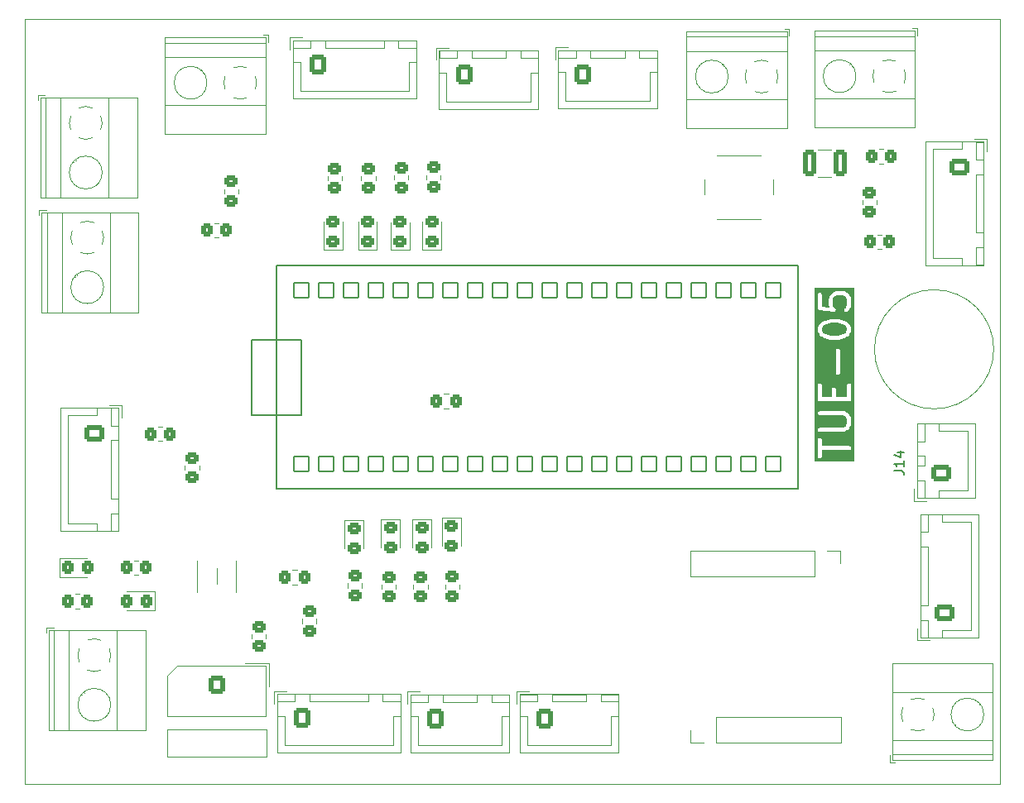
<source format=gbr>
%TF.GenerationSoftware,KiCad,Pcbnew,8.0.8*%
%TF.CreationDate,2025-03-28T16:36:24+05:30*%
%TF.ProjectId,MainBoard_v1.2.0,4d61696e-426f-4617-9264-5f76312e322e,rev?*%
%TF.SameCoordinates,Original*%
%TF.FileFunction,Legend,Top*%
%TF.FilePolarity,Positive*%
%FSLAX46Y46*%
G04 Gerber Fmt 4.6, Leading zero omitted, Abs format (unit mm)*
G04 Created by KiCad (PCBNEW 8.0.8) date 2025-03-28 16:36:24*
%MOMM*%
%LPD*%
G01*
G04 APERTURE LIST*
G04 Aperture macros list*
%AMRoundRect*
0 Rectangle with rounded corners*
0 $1 Rounding radius*
0 $2 $3 $4 $5 $6 $7 $8 $9 X,Y pos of 4 corners*
0 Add a 4 corners polygon primitive as box body*
4,1,4,$2,$3,$4,$5,$6,$7,$8,$9,$2,$3,0*
0 Add four circle primitives for the rounded corners*
1,1,$1+$1,$2,$3*
1,1,$1+$1,$4,$5*
1,1,$1+$1,$6,$7*
1,1,$1+$1,$8,$9*
0 Add four rect primitives between the rounded corners*
20,1,$1+$1,$2,$3,$4,$5,0*
20,1,$1+$1,$4,$5,$6,$7,0*
20,1,$1+$1,$6,$7,$8,$9,0*
20,1,$1+$1,$8,$9,$2,$3,0*%
G04 Aperture macros list end*
%ADD10C,0.400000*%
%ADD11C,0.200000*%
%ADD12C,0.120000*%
%ADD13C,0.152400*%
%ADD14C,3.200000*%
%ADD15R,2.600000X2.600000*%
%ADD16C,2.600000*%
%ADD17RoundRect,0.250000X-0.600000X-0.725000X0.600000X-0.725000X0.600000X0.725000X-0.600000X0.725000X0*%
%ADD18O,1.700000X1.950000*%
%ADD19RoundRect,0.250000X-0.450000X0.325000X-0.450000X-0.325000X0.450000X-0.325000X0.450000X0.325000X0*%
%ADD20RoundRect,0.250000X0.450000X-0.350000X0.450000X0.350000X-0.450000X0.350000X-0.450000X-0.350000X0*%
%ADD21RoundRect,0.250000X0.450000X-0.325000X0.450000X0.325000X-0.450000X0.325000X-0.450000X-0.325000X0*%
%ADD22RoundRect,0.250000X0.725000X-0.600000X0.725000X0.600000X-0.725000X0.600000X-0.725000X-0.600000X0*%
%ADD23O,1.950000X1.700000*%
%ADD24RoundRect,0.250000X-0.450000X0.350000X-0.450000X-0.350000X0.450000X-0.350000X0.450000X0.350000X0*%
%ADD25RoundRect,0.250000X-0.350000X-0.450000X0.350000X-0.450000X0.350000X0.450000X-0.350000X0.450000X0*%
%ADD26RoundRect,0.250000X0.412500X1.100000X-0.412500X1.100000X-0.412500X-1.100000X0.412500X-1.100000X0*%
%ADD27RoundRect,0.102000X0.754000X-0.754000X0.754000X0.754000X-0.754000X0.754000X-0.754000X-0.754000X0*%
%ADD28RoundRect,0.250000X0.350000X0.450000X-0.350000X0.450000X-0.350000X-0.450000X0.350000X-0.450000X0*%
%ADD29RoundRect,0.250000X0.600000X0.675000X-0.600000X0.675000X-0.600000X-0.675000X0.600000X-0.675000X0*%
%ADD30O,1.700000X1.850000*%
%ADD31R,2.000000X2.000000*%
%ADD32C,2.000000*%
%ADD33RoundRect,0.250000X-0.725000X0.600000X-0.725000X-0.600000X0.725000X-0.600000X0.725000X0.600000X0*%
%ADD34RoundRect,0.250000X-0.325000X-0.450000X0.325000X-0.450000X0.325000X0.450000X-0.325000X0.450000X0*%
%ADD35O,3.800000X5.500000*%
%ADD36O,3.800000X5.300000*%
%ADD37R,1.500000X1.500000*%
%ADD38C,1.600000*%
%ADD39RoundRect,0.250000X0.325000X0.450000X-0.325000X0.450000X-0.325000X-0.450000X0.325000X-0.450000X0*%
%ADD40RoundRect,0.250000X0.750000X-0.600000X0.750000X0.600000X-0.750000X0.600000X-0.750000X-0.600000X0*%
%ADD41O,2.000000X1.700000*%
%ADD42O,1.700000X1.700000*%
%ADD43R,1.700000X1.700000*%
%TA.AperFunction,Profile*%
%ADD44C,0.050000*%
%TD*%
G04 APERTURE END LIST*
D10*
G36*
X134560824Y-119115546D02*
G01*
X134797870Y-119234070D01*
X134894830Y-119331030D01*
X135002057Y-119545484D01*
X135002057Y-119736772D01*
X134894829Y-119951227D01*
X134797869Y-120048186D01*
X134560825Y-120166709D01*
X134034577Y-120298271D01*
X133369537Y-120298271D01*
X132843287Y-120166708D01*
X132606243Y-120048186D01*
X132509285Y-119951229D01*
X132402057Y-119736771D01*
X132402057Y-119545484D01*
X132509284Y-119331028D01*
X132606243Y-119234069D01*
X132843288Y-119115546D01*
X133369537Y-118983985D01*
X134034577Y-118983985D01*
X134560824Y-119115546D01*
G37*
G36*
X135735390Y-133170618D02*
G01*
X131668724Y-133170618D01*
X131668724Y-130926843D01*
X132002057Y-130926843D01*
X132002057Y-132641128D01*
X132005900Y-132680146D01*
X132035763Y-132752242D01*
X132090943Y-132807422D01*
X132163039Y-132837285D01*
X132241075Y-132837285D01*
X132313171Y-132807422D01*
X132368351Y-132752242D01*
X132398214Y-132680146D01*
X132402057Y-132641128D01*
X132402057Y-131983985D01*
X135202057Y-131983985D01*
X135241075Y-131980142D01*
X135313171Y-131950279D01*
X135368351Y-131895099D01*
X135398214Y-131823003D01*
X135398214Y-131744967D01*
X135368351Y-131672871D01*
X135313171Y-131617691D01*
X135241075Y-131587828D01*
X135202057Y-131583985D01*
X132402057Y-131583985D01*
X132402057Y-130926843D01*
X132398214Y-130887825D01*
X132368351Y-130815729D01*
X132313171Y-130760549D01*
X132241075Y-130730686D01*
X132163039Y-130730686D01*
X132090943Y-130760549D01*
X132035763Y-130815729D01*
X132005900Y-130887825D01*
X132002057Y-130926843D01*
X131668724Y-130926843D01*
X131668724Y-128173539D01*
X132005900Y-128173539D01*
X132005900Y-128251575D01*
X132035763Y-128323671D01*
X132090943Y-128378851D01*
X132163039Y-128408714D01*
X132202057Y-128412557D01*
X134583415Y-128412557D01*
X134797869Y-128519784D01*
X134894829Y-128616743D01*
X135002057Y-128831199D01*
X135002057Y-129308201D01*
X134894829Y-129522656D01*
X134797869Y-129619615D01*
X134583415Y-129726843D01*
X132202057Y-129726843D01*
X132163039Y-129730686D01*
X132090943Y-129760549D01*
X132035763Y-129815729D01*
X132005900Y-129887825D01*
X132005900Y-129965861D01*
X132035763Y-130037957D01*
X132090943Y-130093137D01*
X132163039Y-130123000D01*
X132202057Y-130126843D01*
X134630628Y-130126843D01*
X134669646Y-130123000D01*
X134676283Y-130120250D01*
X134683453Y-130119741D01*
X134720071Y-130105728D01*
X135005785Y-129962871D01*
X135022578Y-129952299D01*
X135027455Y-129950280D01*
X135032946Y-129945773D01*
X135038965Y-129941985D01*
X135042426Y-129937993D01*
X135057763Y-129925408D01*
X135200621Y-129782551D01*
X135213208Y-129767212D01*
X135217199Y-129763752D01*
X135220986Y-129757735D01*
X135225493Y-129752244D01*
X135227513Y-129747366D01*
X135238086Y-129730571D01*
X135380943Y-129444856D01*
X135394955Y-129408239D01*
X135395464Y-129401069D01*
X135398214Y-129394432D01*
X135402057Y-129355414D01*
X135402057Y-128783986D01*
X135398214Y-128744968D01*
X135395464Y-128738330D01*
X135394955Y-128731161D01*
X135380943Y-128694544D01*
X135238086Y-128408829D01*
X135227513Y-128392033D01*
X135225493Y-128387156D01*
X135220986Y-128381664D01*
X135217199Y-128375648D01*
X135213208Y-128372187D01*
X135200621Y-128356849D01*
X135057763Y-128213992D01*
X135042426Y-128201406D01*
X135038965Y-128197415D01*
X135032946Y-128193626D01*
X135027455Y-128189120D01*
X135022578Y-128187100D01*
X135005785Y-128176529D01*
X134720071Y-128033672D01*
X134683453Y-128019659D01*
X134676283Y-128019149D01*
X134669646Y-128016400D01*
X134630628Y-128012557D01*
X132202057Y-128012557D01*
X132163039Y-128016400D01*
X132090943Y-128046263D01*
X132035763Y-128101443D01*
X132005900Y-128173539D01*
X131668724Y-128173539D01*
X131668724Y-125355414D01*
X132002057Y-125355414D01*
X132002057Y-126783986D01*
X132005900Y-126823004D01*
X132035763Y-126895100D01*
X132090943Y-126950280D01*
X132163039Y-126980143D01*
X132202057Y-126983986D01*
X135202057Y-126983986D01*
X135241075Y-126980143D01*
X135313171Y-126950280D01*
X135368351Y-126895100D01*
X135398214Y-126823004D01*
X135402057Y-126783986D01*
X135402057Y-125355414D01*
X135398214Y-125316396D01*
X135368351Y-125244300D01*
X135313171Y-125189120D01*
X135241075Y-125159257D01*
X135163039Y-125159257D01*
X135090943Y-125189120D01*
X135035763Y-125244300D01*
X135005900Y-125316396D01*
X135002057Y-125355414D01*
X135002057Y-126583986D01*
X133830628Y-126583986D01*
X133830628Y-125783986D01*
X133826785Y-125744968D01*
X133796922Y-125672872D01*
X133741742Y-125617692D01*
X133669646Y-125587829D01*
X133591610Y-125587829D01*
X133519514Y-125617692D01*
X133464334Y-125672872D01*
X133434471Y-125744968D01*
X133430628Y-125783986D01*
X133430628Y-126583986D01*
X132402057Y-126583986D01*
X132402057Y-125355414D01*
X132398214Y-125316396D01*
X132368351Y-125244300D01*
X132313171Y-125189120D01*
X132241075Y-125159257D01*
X132163039Y-125159257D01*
X132090943Y-125189120D01*
X132035763Y-125244300D01*
X132005900Y-125316396D01*
X132002057Y-125355414D01*
X131668724Y-125355414D01*
X131668724Y-121783986D01*
X133859200Y-121783986D01*
X133859200Y-124069700D01*
X133863043Y-124108718D01*
X133892906Y-124180814D01*
X133948086Y-124235994D01*
X134020182Y-124265857D01*
X134098218Y-124265857D01*
X134170314Y-124235994D01*
X134225494Y-124180814D01*
X134255357Y-124108718D01*
X134259200Y-124069700D01*
X134259200Y-121783986D01*
X134255357Y-121744968D01*
X134225494Y-121672872D01*
X134170314Y-121617692D01*
X134098218Y-121587829D01*
X134020182Y-121587829D01*
X133948086Y-121617692D01*
X133892906Y-121672872D01*
X133863043Y-121744968D01*
X133859200Y-121783986D01*
X131668724Y-121783986D01*
X131668724Y-119498271D01*
X132002057Y-119498271D01*
X132002057Y-119783985D01*
X132005900Y-119823003D01*
X132008649Y-119829640D01*
X132009159Y-119836810D01*
X132023171Y-119873427D01*
X132166029Y-120159143D01*
X132176598Y-120175934D01*
X132178620Y-120180814D01*
X132183127Y-120186306D01*
X132186915Y-120192323D01*
X132190906Y-120195784D01*
X132203493Y-120211121D01*
X132346349Y-120353978D01*
X132361687Y-120366565D01*
X132365148Y-120370556D01*
X132371163Y-120374342D01*
X132376657Y-120378851D01*
X132381536Y-120380872D01*
X132398328Y-120391442D01*
X132684042Y-120534299D01*
X132686897Y-120535391D01*
X132688057Y-120536251D01*
X132704431Y-120542101D01*
X132720660Y-120548312D01*
X132722098Y-120548414D01*
X132724978Y-120549443D01*
X133296406Y-120692299D01*
X133303171Y-120693299D01*
X133305896Y-120694428D01*
X133320597Y-120695875D01*
X133335192Y-120698034D01*
X133338105Y-120697600D01*
X133344914Y-120698271D01*
X134059200Y-120698271D01*
X134066008Y-120697600D01*
X134068922Y-120698034D01*
X134083523Y-120695875D01*
X134098218Y-120694428D01*
X134100940Y-120693300D01*
X134107707Y-120692300D01*
X134679136Y-120549442D01*
X134682012Y-120548414D01*
X134683453Y-120548312D01*
X134699684Y-120542100D01*
X134716057Y-120536251D01*
X134717217Y-120535390D01*
X134720071Y-120534299D01*
X135005785Y-120391442D01*
X135022578Y-120380870D01*
X135027455Y-120378851D01*
X135032946Y-120374344D01*
X135038965Y-120370556D01*
X135042426Y-120366564D01*
X135057763Y-120353979D01*
X135200621Y-120211122D01*
X135213208Y-120195783D01*
X135217199Y-120192323D01*
X135220986Y-120186306D01*
X135225493Y-120180815D01*
X135227513Y-120175937D01*
X135238086Y-120159142D01*
X135380943Y-119873427D01*
X135394955Y-119836810D01*
X135395464Y-119829640D01*
X135398214Y-119823003D01*
X135402057Y-119783985D01*
X135402057Y-119498271D01*
X135398214Y-119459253D01*
X135395464Y-119452615D01*
X135394955Y-119445446D01*
X135380942Y-119408828D01*
X135238085Y-119123114D01*
X135227513Y-119106320D01*
X135225493Y-119101442D01*
X135220986Y-119095950D01*
X135217199Y-119089934D01*
X135213208Y-119086473D01*
X135200621Y-119071135D01*
X135057763Y-118928278D01*
X135042426Y-118915692D01*
X135038965Y-118911701D01*
X135032946Y-118907912D01*
X135027455Y-118903406D01*
X135022578Y-118901386D01*
X135005785Y-118890815D01*
X134720071Y-118747957D01*
X134717218Y-118746865D01*
X134716057Y-118746005D01*
X134699671Y-118740150D01*
X134683454Y-118733945D01*
X134682015Y-118733842D01*
X134679136Y-118732814D01*
X134107707Y-118589956D01*
X134100940Y-118588955D01*
X134098218Y-118587828D01*
X134083523Y-118586380D01*
X134068922Y-118584222D01*
X134066008Y-118584655D01*
X134059200Y-118583985D01*
X133344914Y-118583985D01*
X133338105Y-118584655D01*
X133335192Y-118584222D01*
X133320597Y-118586380D01*
X133305896Y-118587828D01*
X133303171Y-118588956D01*
X133296406Y-118589957D01*
X132724978Y-118732813D01*
X132722095Y-118733842D01*
X132720659Y-118733945D01*
X132704438Y-118740151D01*
X132688057Y-118746005D01*
X132686897Y-118746863D01*
X132684041Y-118747957D01*
X132398328Y-118890815D01*
X132381538Y-118901383D01*
X132376657Y-118903406D01*
X132371159Y-118907917D01*
X132365148Y-118911702D01*
X132361689Y-118915689D01*
X132346349Y-118928279D01*
X132203493Y-119071136D01*
X132190906Y-119086472D01*
X132186915Y-119089934D01*
X132183127Y-119095950D01*
X132178620Y-119101443D01*
X132176598Y-119106322D01*
X132166029Y-119123114D01*
X132023172Y-119408828D01*
X132009159Y-119445446D01*
X132008649Y-119452615D01*
X132005900Y-119459253D01*
X132002057Y-119498271D01*
X131668724Y-119498271D01*
X131668724Y-116069699D01*
X132002057Y-116069699D01*
X132002057Y-117498271D01*
X132003478Y-117512702D01*
X132002991Y-117517577D01*
X132004427Y-117522337D01*
X132005900Y-117537289D01*
X132017087Y-117564297D01*
X132025532Y-117592287D01*
X132031909Y-117600081D01*
X132035763Y-117609385D01*
X132056437Y-117630059D01*
X132074948Y-117652683D01*
X132083820Y-117657442D01*
X132090943Y-117664565D01*
X132117954Y-117675753D01*
X132143714Y-117689572D01*
X132158444Y-117692524D01*
X132163039Y-117694428D01*
X132167939Y-117694428D01*
X132182156Y-117697278D01*
X133610727Y-117840135D01*
X133649934Y-117840194D01*
X133659576Y-117837285D01*
X133669646Y-117837285D01*
X133696654Y-117826097D01*
X133724644Y-117817653D01*
X133732438Y-117811275D01*
X133741742Y-117807422D01*
X133762416Y-117786747D01*
X133785040Y-117768237D01*
X133789799Y-117759364D01*
X133796922Y-117752242D01*
X133808110Y-117725230D01*
X133821929Y-117699471D01*
X133822931Y-117689450D01*
X133826785Y-117680146D01*
X133826785Y-117650911D01*
X133829694Y-117621822D01*
X133826785Y-117612180D01*
X133826785Y-117602110D01*
X133815597Y-117575101D01*
X133807153Y-117547112D01*
X133800775Y-117539317D01*
X133796922Y-117530014D01*
X133772049Y-117499706D01*
X133652141Y-117379799D01*
X133544914Y-117165344D01*
X133544914Y-116545484D01*
X133652141Y-116331029D01*
X133749101Y-116234068D01*
X133963555Y-116126842D01*
X134583415Y-116126842D01*
X134797870Y-116234069D01*
X134894829Y-116331029D01*
X135002057Y-116545484D01*
X135002057Y-117165344D01*
X134894830Y-117379797D01*
X134774921Y-117499706D01*
X134750049Y-117530013D01*
X134720185Y-117602109D01*
X134720185Y-117680145D01*
X134750048Y-117752241D01*
X134805227Y-117807421D01*
X134877323Y-117837285D01*
X134955359Y-117837285D01*
X135027455Y-117807422D01*
X135057763Y-117782550D01*
X135200621Y-117639693D01*
X135213208Y-117624354D01*
X135217199Y-117620894D01*
X135220986Y-117614877D01*
X135225493Y-117609386D01*
X135227513Y-117604507D01*
X135238085Y-117587714D01*
X135380942Y-117302000D01*
X135394955Y-117265382D01*
X135395464Y-117258212D01*
X135398214Y-117251575D01*
X135402057Y-117212557D01*
X135402057Y-116498271D01*
X135398214Y-116459253D01*
X135395464Y-116452615D01*
X135394955Y-116445446D01*
X135380942Y-116408828D01*
X135238085Y-116123114D01*
X135227515Y-116106322D01*
X135225494Y-116101443D01*
X135220985Y-116095949D01*
X135217199Y-116089934D01*
X135213209Y-116086473D01*
X135200622Y-116071136D01*
X135057763Y-115928278D01*
X135042426Y-115915691D01*
X135038965Y-115911700D01*
X135032948Y-115907912D01*
X135027456Y-115903405D01*
X135022576Y-115901383D01*
X135005785Y-115890814D01*
X134720071Y-115747957D01*
X134683453Y-115733944D01*
X134676283Y-115733434D01*
X134669646Y-115730685D01*
X134630628Y-115726842D01*
X133916342Y-115726842D01*
X133877324Y-115730685D01*
X133870686Y-115733434D01*
X133863517Y-115733944D01*
X133826899Y-115747957D01*
X133541185Y-115890814D01*
X133524391Y-115901385D01*
X133519513Y-115903406D01*
X133514021Y-115907912D01*
X133508005Y-115911700D01*
X133504544Y-115915690D01*
X133489206Y-115928278D01*
X133346349Y-116071136D01*
X133333763Y-116086472D01*
X133329772Y-116089934D01*
X133325983Y-116095952D01*
X133321477Y-116101444D01*
X133319457Y-116106320D01*
X133308886Y-116123114D01*
X133166029Y-116408828D01*
X133152016Y-116445446D01*
X133151506Y-116452615D01*
X133148757Y-116459253D01*
X133144914Y-116498271D01*
X133144914Y-117212557D01*
X133148757Y-117251575D01*
X133151506Y-117258212D01*
X133152016Y-117265382D01*
X133166029Y-117302000D01*
X133214276Y-117398495D01*
X132402057Y-117317273D01*
X132402057Y-116069699D01*
X132398214Y-116030681D01*
X132368351Y-115958585D01*
X132313171Y-115903405D01*
X132241075Y-115873542D01*
X132163039Y-115873542D01*
X132090943Y-115903405D01*
X132035763Y-115958585D01*
X132005900Y-116030681D01*
X132002057Y-116069699D01*
X131668724Y-116069699D01*
X131668724Y-115393509D01*
X135735390Y-115393509D01*
X135735390Y-133170618D01*
G37*
D11*
X139802219Y-134099523D02*
X140516504Y-134099523D01*
X140516504Y-134099523D02*
X140659361Y-134147142D01*
X140659361Y-134147142D02*
X140754600Y-134242380D01*
X140754600Y-134242380D02*
X140802219Y-134385237D01*
X140802219Y-134385237D02*
X140802219Y-134480475D01*
X140802219Y-133099523D02*
X140802219Y-133670951D01*
X140802219Y-133385237D02*
X139802219Y-133385237D01*
X139802219Y-133385237D02*
X139945076Y-133480475D01*
X139945076Y-133480475D02*
X140040314Y-133575713D01*
X140040314Y-133575713D02*
X140087933Y-133670951D01*
X140135552Y-132242380D02*
X140802219Y-132242380D01*
X139754600Y-132480475D02*
X140468885Y-132718570D01*
X140468885Y-132718570D02*
X140468885Y-132099523D01*
D12*
%TO.C,J15*%
X142145000Y-89565000D02*
X142145000Y-88825000D01*
X142145000Y-88825000D02*
X141645000Y-88825000D01*
X141905000Y-98986000D02*
X141905000Y-89065000D01*
X141905000Y-98986000D02*
X131625000Y-98986000D01*
X141905000Y-96026000D02*
X131625000Y-96026000D01*
X141905000Y-91125000D02*
X131625000Y-91125000D01*
X141905000Y-89625000D02*
X131625000Y-89625000D01*
X141905000Y-89065000D02*
X131625000Y-89065000D01*
X135452000Y-92702000D02*
X135499000Y-92656000D01*
X135259000Y-92486000D02*
X135294000Y-92451000D01*
X133155000Y-95000000D02*
X133190000Y-94964000D01*
X132950000Y-94794000D02*
X132997000Y-94748000D01*
X131625000Y-98986000D02*
X131625000Y-89065000D01*
X140840427Y-93041958D02*
G75*
G02*
X140840000Y-94409000I-1535420J-683041D01*
G01*
X139988042Y-95260427D02*
G75*
G02*
X138621000Y-95260000I-683041J1535420D01*
G01*
X139276195Y-92044747D02*
G75*
G02*
X139989000Y-92190000I28806J-1680254D01*
G01*
X138621682Y-92190244D02*
G75*
G02*
X139305000Y-92045000I683318J-1534756D01*
G01*
X137769573Y-94408042D02*
G75*
G02*
X137770000Y-93041000I1535427J683042D01*
G01*
X135905000Y-93725000D02*
G75*
G02*
X132545000Y-93725000I-1680000J0D01*
G01*
X132545000Y-93725000D02*
G75*
G02*
X135905000Y-93725000I1680000J0D01*
G01*
%TO.C,J6*%
X92980000Y-90805000D02*
X92980000Y-92055000D01*
X93270000Y-91095000D02*
X93270000Y-97065000D01*
X93270000Y-97065000D02*
X103390000Y-97065000D01*
X93280000Y-91105000D02*
X93280000Y-91855000D01*
X93280000Y-91855000D02*
X95080000Y-91855000D01*
X93280000Y-93355000D02*
X94030000Y-93355000D01*
X94030000Y-93355000D02*
X94030000Y-96305000D01*
X94030000Y-96305000D02*
X98330000Y-96305000D01*
X94230000Y-90805000D02*
X92980000Y-90805000D01*
X95080000Y-91105000D02*
X93280000Y-91105000D01*
X95080000Y-91855000D02*
X95080000Y-91105000D01*
X96580000Y-91105000D02*
X96580000Y-91855000D01*
X96580000Y-91855000D02*
X100080000Y-91855000D01*
X100080000Y-91105000D02*
X96580000Y-91105000D01*
X100080000Y-91855000D02*
X100080000Y-91105000D01*
X101580000Y-91105000D02*
X101580000Y-91855000D01*
X101580000Y-91855000D02*
X103380000Y-91855000D01*
X102630000Y-93355000D02*
X102630000Y-96305000D01*
X102630000Y-96305000D02*
X98330000Y-96305000D01*
X103380000Y-91105000D02*
X101580000Y-91105000D01*
X103380000Y-91855000D02*
X103380000Y-91105000D01*
X103380000Y-93355000D02*
X102630000Y-93355000D01*
X103390000Y-91095000D02*
X93270000Y-91095000D01*
X103390000Y-97065000D02*
X103390000Y-91095000D01*
%TO.C,D12*%
X87320000Y-139072500D02*
X87320000Y-141932500D01*
X89240000Y-139072500D02*
X87320000Y-139072500D01*
X89240000Y-141932500D02*
X89240000Y-139072500D01*
%TO.C,R14*%
X87385000Y-146227064D02*
X87385000Y-145772936D01*
X88855000Y-146227064D02*
X88855000Y-145772936D01*
%TO.C,J5*%
X76410000Y-156685000D02*
X76410000Y-157935000D01*
X76700000Y-156975000D02*
X76700000Y-162945000D01*
X76700000Y-162945000D02*
X89320000Y-162945000D01*
X76710000Y-156985000D02*
X76710000Y-157735000D01*
X76710000Y-157735000D02*
X78510000Y-157735000D01*
X76710000Y-159235000D02*
X77460000Y-159235000D01*
X77460000Y-159235000D02*
X77460000Y-162185000D01*
X77460000Y-162185000D02*
X83010000Y-162185000D01*
X77660000Y-156685000D02*
X76410000Y-156685000D01*
X78510000Y-156985000D02*
X76710000Y-156985000D01*
X78510000Y-157735000D02*
X78510000Y-156985000D01*
X80010000Y-156985000D02*
X80010000Y-157735000D01*
X80010000Y-157735000D02*
X86010000Y-157735000D01*
X86010000Y-156985000D02*
X80010000Y-156985000D01*
X86010000Y-157735000D02*
X86010000Y-156985000D01*
X87510000Y-156985000D02*
X87510000Y-157735000D01*
X87510000Y-157735000D02*
X89310000Y-157735000D01*
X88560000Y-159235000D02*
X88560000Y-162185000D01*
X88560000Y-162185000D02*
X83010000Y-162185000D01*
X89310000Y-156985000D02*
X87510000Y-156985000D01*
X89310000Y-157735000D02*
X89310000Y-156985000D01*
X89310000Y-159235000D02*
X88560000Y-159235000D01*
X89320000Y-156975000D02*
X76700000Y-156975000D01*
X89320000Y-162945000D02*
X89320000Y-156975000D01*
%TO.C,D6*%
X88302331Y-108656165D02*
X88302331Y-111516165D01*
X88302331Y-111516165D02*
X90222331Y-111516165D01*
X90222331Y-111516165D02*
X90222331Y-108656165D01*
%TO.C,J1*%
X142180000Y-150240000D02*
X142180000Y-151490000D01*
X142180000Y-151490000D02*
X143430000Y-151490000D01*
X142470000Y-138580000D02*
X142470000Y-151200000D01*
X142470000Y-151200000D02*
X148440000Y-151200000D01*
X142480000Y-138590000D02*
X142480000Y-140390000D01*
X142480000Y-140390000D02*
X143230000Y-140390000D01*
X142480000Y-141890000D02*
X142480000Y-147890000D01*
X142480000Y-147890000D02*
X143230000Y-147890000D01*
X142480000Y-149390000D02*
X142480000Y-151190000D01*
X142480000Y-151190000D02*
X143230000Y-151190000D01*
X143230000Y-138590000D02*
X142480000Y-138590000D01*
X143230000Y-140390000D02*
X143230000Y-138590000D01*
X143230000Y-141890000D02*
X142480000Y-141890000D01*
X143230000Y-147890000D02*
X143230000Y-141890000D01*
X143230000Y-149390000D02*
X142480000Y-149390000D01*
X143230000Y-151190000D02*
X143230000Y-149390000D01*
X144730000Y-138590000D02*
X144730000Y-139340000D01*
X144730000Y-139340000D02*
X147680000Y-139340000D01*
X144730000Y-150440000D02*
X147680000Y-150440000D01*
X144730000Y-151190000D02*
X144730000Y-150440000D01*
X147680000Y-139340000D02*
X147680000Y-144890000D01*
X147680000Y-150440000D02*
X147680000Y-144890000D01*
X148440000Y-138580000D02*
X142470000Y-138580000D01*
X148440000Y-151200000D02*
X148440000Y-138580000D01*
%TO.C,R25*%
X67265000Y-133572936D02*
X67265000Y-134027064D01*
X68735000Y-133572936D02*
X68735000Y-134027064D01*
%TO.C,D5*%
X84988052Y-108635491D02*
X84988052Y-111495491D01*
X84988052Y-111495491D02*
X86908052Y-111495491D01*
X86908052Y-111495491D02*
X86908052Y-108635491D01*
%TO.C,R7*%
X81863231Y-103938051D02*
X81863231Y-104392179D01*
X83333231Y-103938051D02*
X83333231Y-104392179D01*
%TO.C,BATTERY_CONN2*%
X52225000Y-95665000D02*
X52225000Y-96165000D01*
X52465000Y-95905000D02*
X52465000Y-106185000D01*
X52965000Y-95665000D02*
X52225000Y-95665000D01*
X53025000Y-95905000D02*
X53025000Y-106185000D01*
X54525000Y-95905000D02*
X54525000Y-106185000D01*
X55886000Y-102551000D02*
X55851000Y-102516000D01*
X56102000Y-102358000D02*
X56056000Y-102311000D01*
X58194000Y-104860000D02*
X58148000Y-104813000D01*
X58400000Y-104655000D02*
X58364000Y-104620000D01*
X59426000Y-95905000D02*
X59426000Y-106185000D01*
X62386000Y-95905000D02*
X52465000Y-95905000D01*
X62386000Y-95905000D02*
X62386000Y-106185000D01*
X62386000Y-106185000D02*
X52465000Y-106185000D01*
X55444747Y-98533805D02*
G75*
G02*
X55590000Y-97821000I1680254J28806D01*
G01*
X55590244Y-99188318D02*
G75*
G02*
X55445000Y-98505000I1534756J683318D01*
G01*
X56441958Y-96969573D02*
G75*
G02*
X57809000Y-96970000I683041J-1535420D01*
G01*
X57808042Y-100040427D02*
G75*
G02*
X56441000Y-100040000I-683042J1535427D01*
G01*
X58660427Y-97821958D02*
G75*
G02*
X58660000Y-99189000I-1535420J-683041D01*
G01*
X58805000Y-103585000D02*
G75*
G02*
X55445000Y-103585000I-1680000J0D01*
G01*
X55445000Y-103585000D02*
G75*
G02*
X58805000Y-103585000I1680000J0D01*
G01*
%TO.C,R2*%
X93772936Y-126265000D02*
X94227064Y-126265000D01*
X93772936Y-127735000D02*
X94227064Y-127735000D01*
%TO.C,R12*%
X83905000Y-146107064D02*
X83905000Y-145652936D01*
X85375000Y-146107064D02*
X85375000Y-145652936D01*
%TO.C,J9*%
X139375000Y-163235000D02*
X139375000Y-163975000D01*
X139375000Y-163975000D02*
X139875000Y-163975000D01*
X139615000Y-153814000D02*
X139615000Y-163735000D01*
X139615000Y-153814000D02*
X149895000Y-153814000D01*
X139615000Y-156774000D02*
X149895000Y-156774000D01*
X139615000Y-161675000D02*
X149895000Y-161675000D01*
X139615000Y-163175000D02*
X149895000Y-163175000D01*
X139615000Y-163735000D02*
X149895000Y-163735000D01*
X146068000Y-160098000D02*
X146021000Y-160144000D01*
X146261000Y-160314000D02*
X146226000Y-160349000D01*
X148365000Y-157800000D02*
X148330000Y-157836000D01*
X148570000Y-158006000D02*
X148523000Y-158052000D01*
X149895000Y-153814000D02*
X149895000Y-163735000D01*
X140679573Y-159758042D02*
G75*
G02*
X140680000Y-158391000I1535420J683041D01*
G01*
X141531958Y-157539573D02*
G75*
G02*
X142899000Y-157540000I683041J-1535420D01*
G01*
X142243805Y-160755253D02*
G75*
G02*
X141531000Y-160610000I-28806J1680254D01*
G01*
X142898318Y-160609756D02*
G75*
G02*
X142215000Y-160755000I-683318J1534756D01*
G01*
X143750427Y-158391958D02*
G75*
G02*
X143750000Y-159759000I-1535427J-683042D01*
G01*
X148975000Y-159075000D02*
G75*
G02*
X145615000Y-159075000I-1680000J0D01*
G01*
X145615000Y-159075000D02*
G75*
G02*
X148975000Y-159075000I1680000J0D01*
G01*
%TO.C,BATTERY_CONN4*%
X65245000Y-99656000D02*
X65245000Y-89735000D01*
X66570000Y-95464000D02*
X66617000Y-95418000D01*
X66775000Y-95670000D02*
X66810000Y-95634000D01*
X68879000Y-93156000D02*
X68914000Y-93121000D01*
X69072000Y-93372000D02*
X69119000Y-93326000D01*
X75525000Y-89735000D02*
X65245000Y-89735000D01*
X75525000Y-90295000D02*
X65245000Y-90295000D01*
X75525000Y-91795000D02*
X65245000Y-91795000D01*
X75525000Y-96696000D02*
X65245000Y-96696000D01*
X75525000Y-99656000D02*
X65245000Y-99656000D01*
X75525000Y-99656000D02*
X75525000Y-89735000D01*
X75765000Y-89495000D02*
X75265000Y-89495000D01*
X75765000Y-90235000D02*
X75765000Y-89495000D01*
X71389573Y-95078042D02*
G75*
G02*
X71390000Y-93711000I1535427J683042D01*
G01*
X72241682Y-92860244D02*
G75*
G02*
X72925000Y-92715000I683318J-1534756D01*
G01*
X72896195Y-92714747D02*
G75*
G02*
X73609000Y-92860000I28806J-1680254D01*
G01*
X73608042Y-95930427D02*
G75*
G02*
X72241000Y-95930000I-683041J1535420D01*
G01*
X74460427Y-93711958D02*
G75*
G02*
X74460000Y-95079000I-1535420J-683041D01*
G01*
X69525000Y-94395000D02*
G75*
G02*
X66165000Y-94395000I-1680000J0D01*
G01*
X66165000Y-94395000D02*
G75*
G02*
X69525000Y-94395000I1680000J0D01*
G01*
%TO.C,D13*%
X90550000Y-139122500D02*
X90550000Y-141982500D01*
X92470000Y-139122500D02*
X90550000Y-139122500D01*
X92470000Y-141982500D02*
X92470000Y-139122500D01*
%TO.C,C1*%
X133401252Y-101280000D02*
X131978748Y-101280000D01*
X133401252Y-104000000D02*
X131978748Y-104000000D01*
%TO.C,R23*%
X64518824Y-129602760D02*
X64972952Y-129602760D01*
X64518824Y-131072760D02*
X64972952Y-131072760D01*
%TO.C,D7*%
X91568150Y-108621742D02*
X91568150Y-111481742D01*
X91568150Y-111481742D02*
X93488150Y-111481742D01*
X93488150Y-111481742D02*
X93488150Y-108621742D01*
%TO.C,R33*%
X136555000Y-106837064D02*
X136555000Y-106382936D01*
X138025000Y-106837064D02*
X138025000Y-106382936D01*
%TO.C,R10*%
X91955062Y-103836159D02*
X91955062Y-104290287D01*
X93425062Y-103836159D02*
X93425062Y-104290287D01*
%TO.C,R15*%
X90615000Y-146207064D02*
X90615000Y-145752936D01*
X92085000Y-146207064D02*
X92085000Y-145752936D01*
D13*
%TO.C,U1*%
X74060000Y-120690000D02*
X74060000Y-128393310D01*
X74060000Y-128393310D02*
X79140000Y-128393310D01*
X76600000Y-113070000D02*
X76600000Y-135930000D01*
X76600000Y-135930000D02*
X129940000Y-135930000D01*
X79140000Y-120690000D02*
X74060000Y-120690000D01*
X79140000Y-128393310D02*
X79140000Y-120690000D01*
X129940000Y-113070000D02*
X76600000Y-113070000D01*
X129940000Y-135930000D02*
X129940000Y-113070000D01*
D12*
%TO.C,R5*%
X56042936Y-146730000D02*
X56497064Y-146730000D01*
X56042936Y-148200000D02*
X56497064Y-148200000D01*
%TO.C,R29*%
X70727064Y-108765000D02*
X70272936Y-108765000D01*
X70727064Y-110235000D02*
X70272936Y-110235000D01*
%TO.C,J11*%
X78000000Y-89755000D02*
X78000000Y-91005000D01*
X78290000Y-90045000D02*
X78290000Y-96015000D01*
X78290000Y-96015000D02*
X90910000Y-96015000D01*
X78300000Y-90055000D02*
X78300000Y-90805000D01*
X78300000Y-90805000D02*
X80100000Y-90805000D01*
X78300000Y-92305000D02*
X79050000Y-92305000D01*
X79050000Y-92305000D02*
X79050000Y-95255000D01*
X79050000Y-95255000D02*
X84600000Y-95255000D01*
X79250000Y-89755000D02*
X78000000Y-89755000D01*
X80100000Y-90055000D02*
X78300000Y-90055000D01*
X80100000Y-90805000D02*
X80100000Y-90055000D01*
X81600000Y-90055000D02*
X81600000Y-90805000D01*
X81600000Y-90805000D02*
X87600000Y-90805000D01*
X87600000Y-90055000D02*
X81600000Y-90055000D01*
X87600000Y-90805000D02*
X87600000Y-90055000D01*
X89100000Y-90055000D02*
X89100000Y-90805000D01*
X89100000Y-90805000D02*
X90900000Y-90805000D01*
X90150000Y-92305000D02*
X90150000Y-95255000D01*
X90150000Y-95255000D02*
X84600000Y-95255000D01*
X90900000Y-90055000D02*
X89100000Y-90055000D01*
X90900000Y-90805000D02*
X90900000Y-90055000D01*
X90900000Y-92305000D02*
X90150000Y-92305000D01*
X90910000Y-90045000D02*
X78290000Y-90045000D01*
X90910000Y-96015000D02*
X90910000Y-90045000D01*
%TO.C,Q1*%
X65440000Y-155090000D02*
X65440000Y-159210000D01*
X65440000Y-159210000D02*
X75560000Y-159210000D01*
X66440000Y-154090000D02*
X65440000Y-155090000D01*
X75560000Y-154090000D02*
X66440000Y-154090000D01*
X75560000Y-159210000D02*
X75560000Y-154090000D01*
X75860000Y-153790000D02*
X73450000Y-153790000D01*
X75860000Y-156200000D02*
X75860000Y-153790000D01*
%TO.C,JP1*%
X149990000Y-121680000D02*
G75*
G02*
X137790000Y-121680000I-6100000J0D01*
G01*
X137790000Y-121680000D02*
G75*
G02*
X149990000Y-121680000I6100000J0D01*
G01*
%TO.C,R31*%
X138554952Y-109941019D02*
X138100824Y-109941019D01*
X138554952Y-111411019D02*
X138100824Y-111411019D01*
%TO.C,R19*%
X78733554Y-144296314D02*
X78279426Y-144296314D01*
X78733554Y-145766314D02*
X78279426Y-145766314D01*
%TO.C,R13*%
X138714564Y-101175000D02*
X138260436Y-101175000D01*
X138714564Y-102645000D02*
X138260436Y-102645000D01*
%TO.C,J12*%
X142990000Y-100440000D02*
X142990000Y-113060000D01*
X142990000Y-113060000D02*
X148960000Y-113060000D01*
X143750000Y-101200000D02*
X143750000Y-106750000D01*
X143750000Y-112300000D02*
X143750000Y-106750000D01*
X146700000Y-100450000D02*
X146700000Y-101200000D01*
X146700000Y-101200000D02*
X143750000Y-101200000D01*
X146700000Y-112300000D02*
X143750000Y-112300000D01*
X146700000Y-113050000D02*
X146700000Y-112300000D01*
X148200000Y-100450000D02*
X148200000Y-102250000D01*
X148200000Y-102250000D02*
X148950000Y-102250000D01*
X148200000Y-103750000D02*
X148200000Y-109750000D01*
X148200000Y-109750000D02*
X148950000Y-109750000D01*
X148200000Y-111250000D02*
X148200000Y-113050000D01*
X148200000Y-113050000D02*
X148950000Y-113050000D01*
X148950000Y-100450000D02*
X148200000Y-100450000D01*
X148950000Y-102250000D02*
X148950000Y-100450000D01*
X148950000Y-103750000D02*
X148200000Y-103750000D01*
X148950000Y-109750000D02*
X148950000Y-103750000D01*
X148950000Y-111250000D02*
X148200000Y-111250000D01*
X148950000Y-113050000D02*
X148950000Y-111250000D01*
X148960000Y-100440000D02*
X142990000Y-100440000D01*
X148960000Y-113060000D02*
X148960000Y-100440000D01*
X149250000Y-100150000D02*
X148000000Y-100150000D01*
X149250000Y-101400000D02*
X149250000Y-100150000D01*
%TO.C,D2*%
X54420000Y-143085000D02*
X54420000Y-145005000D01*
X54420000Y-145005000D02*
X57280000Y-145005000D01*
X57280000Y-143085000D02*
X54420000Y-143085000D01*
%TO.C,R1*%
X74085000Y-151307064D02*
X74085000Y-150852936D01*
X75555000Y-151307064D02*
X75555000Y-150852936D01*
%TO.C,F1*%
X68500000Y-146550000D02*
X68500000Y-143350000D01*
X70500000Y-145700000D02*
X70500000Y-144100000D01*
X72500000Y-143350000D02*
X72500000Y-146550000D01*
%TO.C,J4*%
X90040000Y-156715000D02*
X90040000Y-157965000D01*
X90330000Y-157005000D02*
X90330000Y-162975000D01*
X90330000Y-162975000D02*
X100450000Y-162975000D01*
X90340000Y-157015000D02*
X90340000Y-157765000D01*
X90340000Y-157765000D02*
X92140000Y-157765000D01*
X90340000Y-159265000D02*
X91090000Y-159265000D01*
X91090000Y-159265000D02*
X91090000Y-162215000D01*
X91090000Y-162215000D02*
X95390000Y-162215000D01*
X91290000Y-156715000D02*
X90040000Y-156715000D01*
X92140000Y-157015000D02*
X90340000Y-157015000D01*
X92140000Y-157765000D02*
X92140000Y-157015000D01*
X93640000Y-157015000D02*
X93640000Y-157765000D01*
X93640000Y-157765000D02*
X97140000Y-157765000D01*
X97140000Y-157015000D02*
X93640000Y-157015000D01*
X97140000Y-157765000D02*
X97140000Y-157015000D01*
X98640000Y-157015000D02*
X98640000Y-157765000D01*
X98640000Y-157765000D02*
X100440000Y-157765000D01*
X99690000Y-159265000D02*
X99690000Y-162215000D01*
X99690000Y-162215000D02*
X95390000Y-162215000D01*
X100440000Y-157015000D02*
X98640000Y-157015000D01*
X100440000Y-157765000D02*
X100440000Y-157015000D01*
X100440000Y-159265000D02*
X99690000Y-159265000D01*
X100450000Y-157005000D02*
X90330000Y-157005000D01*
X100450000Y-162975000D02*
X100450000Y-157005000D01*
%TO.C,J10*%
X54515000Y-127690000D02*
X54515000Y-140310000D01*
X54515000Y-140310000D02*
X60485000Y-140310000D01*
X55275000Y-128450000D02*
X55275000Y-134000000D01*
X55275000Y-139550000D02*
X55275000Y-134000000D01*
X58225000Y-127700000D02*
X58225000Y-128450000D01*
X58225000Y-128450000D02*
X55275000Y-128450000D01*
X58225000Y-139550000D02*
X55275000Y-139550000D01*
X58225000Y-140300000D02*
X58225000Y-139550000D01*
X59725000Y-127700000D02*
X59725000Y-129500000D01*
X59725000Y-129500000D02*
X60475000Y-129500000D01*
X59725000Y-131000000D02*
X59725000Y-137000000D01*
X59725000Y-137000000D02*
X60475000Y-137000000D01*
X59725000Y-138500000D02*
X59725000Y-140300000D01*
X59725000Y-140300000D02*
X60475000Y-140300000D01*
X60475000Y-127700000D02*
X59725000Y-127700000D01*
X60475000Y-129500000D02*
X60475000Y-127700000D01*
X60475000Y-131000000D02*
X59725000Y-131000000D01*
X60475000Y-137000000D02*
X60475000Y-131000000D01*
X60475000Y-138500000D02*
X59725000Y-138500000D01*
X60475000Y-140300000D02*
X60475000Y-138500000D01*
X60485000Y-127690000D02*
X54515000Y-127690000D01*
X60485000Y-140310000D02*
X60485000Y-127690000D01*
X60775000Y-127400000D02*
X59525000Y-127400000D01*
X60775000Y-128650000D02*
X60775000Y-127400000D01*
%TO.C,R9*%
X88655869Y-103873989D02*
X88655869Y-104328117D01*
X90125869Y-103873989D02*
X90125869Y-104328117D01*
%TO.C,J7*%
X105150000Y-90780000D02*
X105150000Y-92030000D01*
X105440000Y-91070000D02*
X105440000Y-97040000D01*
X105440000Y-97040000D02*
X115560000Y-97040000D01*
X105450000Y-91080000D02*
X105450000Y-91830000D01*
X105450000Y-91830000D02*
X107250000Y-91830000D01*
X105450000Y-93330000D02*
X106200000Y-93330000D01*
X106200000Y-93330000D02*
X106200000Y-96280000D01*
X106200000Y-96280000D02*
X110500000Y-96280000D01*
X106400000Y-90780000D02*
X105150000Y-90780000D01*
X107250000Y-91080000D02*
X105450000Y-91080000D01*
X107250000Y-91830000D02*
X107250000Y-91080000D01*
X108750000Y-91080000D02*
X108750000Y-91830000D01*
X108750000Y-91830000D02*
X112250000Y-91830000D01*
X112250000Y-91080000D02*
X108750000Y-91080000D01*
X112250000Y-91830000D02*
X112250000Y-91080000D01*
X113750000Y-91080000D02*
X113750000Y-91830000D01*
X113750000Y-91830000D02*
X115550000Y-91830000D01*
X114800000Y-93330000D02*
X114800000Y-96280000D01*
X114800000Y-96280000D02*
X110500000Y-96280000D01*
X115550000Y-91080000D02*
X113750000Y-91080000D01*
X115550000Y-91830000D02*
X115550000Y-91080000D01*
X115550000Y-93330000D02*
X114800000Y-93330000D01*
X115560000Y-91070000D02*
X105440000Y-91070000D01*
X115560000Y-97040000D02*
X115560000Y-91070000D01*
%TO.C,R27*%
X71265000Y-105272936D02*
X71265000Y-105727064D01*
X72735000Y-105272936D02*
X72735000Y-105727064D01*
%TO.C,SW2*%
X65430000Y-160640000D02*
X75650000Y-160640000D01*
X75650000Y-163360000D01*
X65430000Y-163360000D01*
X65430000Y-160640000D01*
%TO.C,SW1*%
X127420000Y-105820000D02*
X127420000Y-104320000D01*
X126170000Y-101820000D02*
X121670000Y-101820000D01*
X121670000Y-108320000D02*
X126170000Y-108320000D01*
X120420000Y-104320000D02*
X120420000Y-105820000D01*
%TO.C,BATTERY_CONN3*%
X52375000Y-107405000D02*
X52375000Y-107905000D01*
X52615000Y-107645000D02*
X52615000Y-117925000D01*
X53115000Y-107405000D02*
X52375000Y-107405000D01*
X53175000Y-107645000D02*
X53175000Y-117925000D01*
X54675000Y-107645000D02*
X54675000Y-117925000D01*
X56036000Y-114291000D02*
X56001000Y-114256000D01*
X56252000Y-114098000D02*
X56206000Y-114051000D01*
X58344000Y-116600000D02*
X58298000Y-116553000D01*
X58550000Y-116395000D02*
X58514000Y-116360000D01*
X59576000Y-107645000D02*
X59576000Y-117925000D01*
X62536000Y-107645000D02*
X52615000Y-107645000D01*
X62536000Y-107645000D02*
X62536000Y-117925000D01*
X62536000Y-117925000D02*
X52615000Y-117925000D01*
X55594747Y-110273805D02*
G75*
G02*
X55740000Y-109561000I1680254J28806D01*
G01*
X55740244Y-110928318D02*
G75*
G02*
X55595000Y-110245000I1534756J683318D01*
G01*
X56591958Y-108709573D02*
G75*
G02*
X57959000Y-108710000I683041J-1535420D01*
G01*
X57958042Y-111780427D02*
G75*
G02*
X56591000Y-111780000I-683042J1535427D01*
G01*
X58810427Y-109561958D02*
G75*
G02*
X58810000Y-110929000I-1535420J-683041D01*
G01*
X58955000Y-115325000D02*
G75*
G02*
X55595000Y-115325000I-1680000J0D01*
G01*
X55595000Y-115325000D02*
G75*
G02*
X58955000Y-115325000I1680000J0D01*
G01*
%TO.C,D3*%
X61300000Y-148405000D02*
X64160000Y-148405000D01*
X64160000Y-146485000D02*
X61300000Y-146485000D01*
X64160000Y-148405000D02*
X64160000Y-146485000D01*
%TO.C,BATTERY_CONN1*%
X53100000Y-150160000D02*
X53100000Y-150660000D01*
X53340000Y-150400000D02*
X53340000Y-160680000D01*
X53840000Y-150160000D02*
X53100000Y-150160000D01*
X53900000Y-150400000D02*
X53900000Y-160680000D01*
X55400000Y-150400000D02*
X55400000Y-160680000D01*
X56761000Y-157046000D02*
X56726000Y-157011000D01*
X56977000Y-156853000D02*
X56931000Y-156806000D01*
X59069000Y-159355000D02*
X59023000Y-159308000D01*
X59275000Y-159150000D02*
X59239000Y-159115000D01*
X60301000Y-150400000D02*
X60301000Y-160680000D01*
X63261000Y-150400000D02*
X53340000Y-150400000D01*
X63261000Y-150400000D02*
X63261000Y-160680000D01*
X63261000Y-160680000D02*
X53340000Y-160680000D01*
X56319747Y-153028805D02*
G75*
G02*
X56465000Y-152316000I1680254J28806D01*
G01*
X56465244Y-153683318D02*
G75*
G02*
X56320000Y-153000000I1534756J683318D01*
G01*
X57316958Y-151464573D02*
G75*
G02*
X58684000Y-151465000I683041J-1535420D01*
G01*
X58683042Y-154535427D02*
G75*
G02*
X57316000Y-154535000I-683042J1535427D01*
G01*
X59535427Y-152316958D02*
G75*
G02*
X59535000Y-153684000I-1535420J-683041D01*
G01*
X59680000Y-158080000D02*
G75*
G02*
X56320000Y-158080000I-1680000J0D01*
G01*
X56320000Y-158080000D02*
G75*
G02*
X59680000Y-158080000I1680000J0D01*
G01*
%TO.C,J8*%
X118560000Y-99021000D02*
X118560000Y-89100000D01*
X119885000Y-94829000D02*
X119932000Y-94783000D01*
X120090000Y-95035000D02*
X120125000Y-94999000D01*
X122194000Y-92521000D02*
X122229000Y-92486000D01*
X122387000Y-92737000D02*
X122434000Y-92691000D01*
X128840000Y-89100000D02*
X118560000Y-89100000D01*
X128840000Y-89660000D02*
X118560000Y-89660000D01*
X128840000Y-91160000D02*
X118560000Y-91160000D01*
X128840000Y-96061000D02*
X118560000Y-96061000D01*
X128840000Y-99021000D02*
X118560000Y-99021000D01*
X128840000Y-99021000D02*
X128840000Y-89100000D01*
X129080000Y-88860000D02*
X128580000Y-88860000D01*
X129080000Y-89600000D02*
X129080000Y-88860000D01*
X124704573Y-94443042D02*
G75*
G02*
X124705000Y-93076000I1535427J683042D01*
G01*
X125556682Y-92225244D02*
G75*
G02*
X126240000Y-92080000I683318J-1534756D01*
G01*
X126211195Y-92079747D02*
G75*
G02*
X126924000Y-92225000I28806J-1680254D01*
G01*
X126923042Y-95295427D02*
G75*
G02*
X125556000Y-95295000I-683041J1535420D01*
G01*
X127775427Y-93076958D02*
G75*
G02*
X127775000Y-94444000I-1535420J-683041D01*
G01*
X122840000Y-93760000D02*
G75*
G02*
X119480000Y-93760000I-1680000J0D01*
G01*
X119480000Y-93760000D02*
G75*
G02*
X122840000Y-93760000I1680000J0D01*
G01*
%TO.C,D4*%
X81461234Y-108655219D02*
X81461234Y-111515219D01*
X81461234Y-111515219D02*
X83381234Y-111515219D01*
X83381234Y-111515219D02*
X83381234Y-108655219D01*
%TO.C,R4*%
X62507064Y-143310000D02*
X62052936Y-143310000D01*
X62507064Y-144780000D02*
X62052936Y-144780000D01*
%TO.C,D14*%
X93570000Y-138902500D02*
X93570000Y-141762500D01*
X95490000Y-138902500D02*
X93570000Y-138902500D01*
X95490000Y-141762500D02*
X95490000Y-138902500D01*
%TO.C,R16*%
X93865000Y-146197064D02*
X93865000Y-145742936D01*
X95335000Y-146197064D02*
X95335000Y-145742936D01*
%TO.C,R18*%
X79265000Y-149727064D02*
X79265000Y-149272936D01*
X80735000Y-149727064D02*
X80735000Y-149272936D01*
%TO.C,R8*%
X85303980Y-103936591D02*
X85303980Y-104390719D01*
X86773980Y-103936591D02*
X86773980Y-104390719D01*
%TO.C,D11*%
X83600000Y-139162500D02*
X83600000Y-142022500D01*
X85520000Y-139162500D02*
X83600000Y-139162500D01*
X85520000Y-142022500D02*
X85520000Y-139162500D01*
%TO.C,J14*%
X141850000Y-135960000D02*
X141850000Y-137210000D01*
X141850000Y-137210000D02*
X143100000Y-137210000D01*
X142140000Y-129300000D02*
X142140000Y-136920000D01*
X142140000Y-136920000D02*
X148110000Y-136920000D01*
X142150000Y-129310000D02*
X142150000Y-131110000D01*
X142150000Y-131110000D02*
X142900000Y-131110000D01*
X142150000Y-132610000D02*
X142150000Y-133610000D01*
X142150000Y-133610000D02*
X142900000Y-133610000D01*
X142150000Y-135110000D02*
X142150000Y-136910000D01*
X142150000Y-136910000D02*
X142900000Y-136910000D01*
X142900000Y-129310000D02*
X142150000Y-129310000D01*
X142900000Y-131110000D02*
X142900000Y-129310000D01*
X142900000Y-132610000D02*
X142150000Y-132610000D01*
X142900000Y-133610000D02*
X142900000Y-132610000D01*
X142900000Y-135110000D02*
X142150000Y-135110000D01*
X142900000Y-136910000D02*
X142900000Y-135110000D01*
X144400000Y-129310000D02*
X144400000Y-130060000D01*
X144400000Y-130060000D02*
X147350000Y-130060000D01*
X144400000Y-136160000D02*
X147350000Y-136160000D01*
X144400000Y-136910000D02*
X144400000Y-136160000D01*
X147350000Y-130060000D02*
X147350000Y-133110000D01*
X147350000Y-136160000D02*
X147350000Y-133110000D01*
X148110000Y-129300000D02*
X142140000Y-129300000D01*
X148110000Y-136920000D02*
X148110000Y-129300000D01*
%TO.C,J2*%
X134338490Y-161982115D02*
X134338490Y-159322115D01*
X121578490Y-161982115D02*
X134338490Y-161982115D01*
X121578490Y-161982115D02*
X121578490Y-159322115D01*
X121578490Y-159322115D02*
X134338490Y-159322115D01*
X120308490Y-161982115D02*
X118978490Y-161982115D01*
X118978490Y-161982115D02*
X118978490Y-160652115D01*
%TO.C,J3*%
X118940000Y-142280000D02*
X118940000Y-144940000D01*
X131700000Y-142280000D02*
X118940000Y-142280000D01*
X131700000Y-142280000D02*
X131700000Y-144940000D01*
X131700000Y-144940000D02*
X118940000Y-144940000D01*
X132970000Y-142280000D02*
X134300000Y-142280000D01*
X134300000Y-142280000D02*
X134300000Y-143610000D01*
%TO.C,J13*%
X101210000Y-156710000D02*
X101210000Y-157960000D01*
X101500000Y-157000000D02*
X101500000Y-162970000D01*
X101500000Y-162970000D02*
X111620000Y-162970000D01*
X101510000Y-157010000D02*
X101510000Y-157760000D01*
X101510000Y-157760000D02*
X103310000Y-157760000D01*
X101510000Y-159260000D02*
X102260000Y-159260000D01*
X102260000Y-159260000D02*
X102260000Y-162210000D01*
X102260000Y-162210000D02*
X106560000Y-162210000D01*
X102460000Y-156710000D02*
X101210000Y-156710000D01*
X103310000Y-157010000D02*
X101510000Y-157010000D01*
X103310000Y-157760000D02*
X103310000Y-157010000D01*
X104810000Y-157010000D02*
X104810000Y-157760000D01*
X104810000Y-157760000D02*
X108310000Y-157760000D01*
X108310000Y-157010000D02*
X104810000Y-157010000D01*
X108310000Y-157760000D02*
X108310000Y-157010000D01*
X109810000Y-157010000D02*
X109810000Y-157760000D01*
X109810000Y-157760000D02*
X111610000Y-157760000D01*
X110860000Y-159260000D02*
X110860000Y-162210000D01*
X110860000Y-162210000D02*
X106560000Y-162210000D01*
X111610000Y-157010000D02*
X109810000Y-157010000D01*
X111610000Y-157760000D02*
X111610000Y-157010000D01*
X111610000Y-159260000D02*
X110860000Y-159260000D01*
X111620000Y-157000000D02*
X101500000Y-157000000D01*
X111620000Y-162970000D02*
X111620000Y-157000000D01*
%TD*%
%LPC*%
D14*
%TO.C,REF\u002A\u002A*%
X68820000Y-117850000D03*
%TD*%
%TO.C,REF\u002A\u002A*%
X119370000Y-122010000D03*
%TD*%
D15*
%TO.C,J15*%
X139305000Y-93725000D03*
D16*
X134225000Y-93725000D03*
%TD*%
D17*
%TO.C,J6*%
X95830000Y-93555000D03*
D18*
X98330000Y-93555000D03*
X100830000Y-93555000D03*
%TD*%
D19*
%TO.C,D12*%
X88280000Y-139907500D03*
X88280000Y-141957500D03*
%TD*%
D20*
%TO.C,R14*%
X88120000Y-147000000D03*
X88120000Y-145000000D03*
%TD*%
D17*
%TO.C,J5*%
X79260000Y-159435000D03*
D18*
X81760000Y-159435000D03*
X84260000Y-159435000D03*
X86760000Y-159435000D03*
%TD*%
D21*
%TO.C,D6*%
X89262331Y-110681165D03*
X89262331Y-108631165D03*
%TD*%
D22*
%TO.C,J1*%
X144930000Y-148640000D03*
D23*
X144930000Y-146140000D03*
X144930000Y-143640000D03*
X144930000Y-141140000D03*
%TD*%
D24*
%TO.C,R25*%
X68000000Y-132800000D03*
X68000000Y-134800000D03*
%TD*%
D21*
%TO.C,D5*%
X85948052Y-110660491D03*
X85948052Y-108610491D03*
%TD*%
D24*
%TO.C,R7*%
X82598231Y-103165115D03*
X82598231Y-105165115D03*
%TD*%
D15*
%TO.C,BATTERY_CONN2*%
X57125000Y-98505000D03*
D16*
X57125000Y-103585000D03*
%TD*%
D25*
%TO.C,R2*%
X93000000Y-127000000D03*
X95000000Y-127000000D03*
%TD*%
D20*
%TO.C,R12*%
X84640000Y-146880000D03*
X84640000Y-144880000D03*
%TD*%
D15*
%TO.C,J9*%
X142215000Y-159075000D03*
D16*
X147295000Y-159075000D03*
%TD*%
D15*
%TO.C,BATTERY_CONN4*%
X72925000Y-94395000D03*
D16*
X67845000Y-94395000D03*
%TD*%
D19*
%TO.C,D13*%
X91510000Y-139957500D03*
X91510000Y-142007500D03*
%TD*%
D26*
%TO.C,C1*%
X134252500Y-102640000D03*
X131127500Y-102640000D03*
%TD*%
D25*
%TO.C,R23*%
X63745888Y-130337760D03*
X65745888Y-130337760D03*
%TD*%
D21*
%TO.C,D7*%
X92528150Y-110646742D03*
X92528150Y-108596742D03*
%TD*%
D20*
%TO.C,R33*%
X137290000Y-107610000D03*
X137290000Y-105610000D03*
%TD*%
D24*
%TO.C,R10*%
X92690062Y-103063223D03*
X92690062Y-105063223D03*
%TD*%
D20*
%TO.C,R15*%
X91350000Y-146980000D03*
X91350000Y-144980000D03*
%TD*%
D27*
%TO.C,U1*%
X89300000Y-115610000D03*
X86760000Y-115610000D03*
X91840000Y-115610000D03*
X96920000Y-115610000D03*
X84220000Y-115610000D03*
X109620000Y-115610000D03*
X122320000Y-115610000D03*
X84220000Y-133390000D03*
X96920000Y-133390000D03*
X109620000Y-133390000D03*
X122320000Y-133390000D03*
X79140000Y-133390000D03*
X81680000Y-133390000D03*
X86760000Y-133390000D03*
X89300000Y-133390000D03*
X91840000Y-133390000D03*
X94380000Y-133390000D03*
X99460000Y-133390000D03*
X102000000Y-133390000D03*
X104540000Y-133390000D03*
X107080000Y-133390000D03*
X112160000Y-133390000D03*
X114700000Y-133390000D03*
X117240000Y-133390000D03*
X119780000Y-133390000D03*
X124860000Y-133390000D03*
X127400000Y-133390000D03*
X127400000Y-115610000D03*
X124860000Y-115610000D03*
X119780000Y-115610000D03*
X117240000Y-115610000D03*
X114700000Y-115610000D03*
X112160000Y-115610000D03*
X107080000Y-115610000D03*
X102000000Y-115610000D03*
X99460000Y-115610000D03*
X94380000Y-115610000D03*
X104540000Y-115610000D03*
X79140000Y-115610000D03*
X81680000Y-115610000D03*
%TD*%
D25*
%TO.C,R5*%
X55270000Y-147465000D03*
X57270000Y-147465000D03*
%TD*%
D28*
%TO.C,R29*%
X71500000Y-109500000D03*
X69500000Y-109500000D03*
%TD*%
D17*
%TO.C,J11*%
X80850000Y-92505000D03*
D18*
X83350000Y-92505000D03*
X85850000Y-92505000D03*
X88350000Y-92505000D03*
%TD*%
D29*
%TO.C,Q1*%
X70500000Y-156000000D03*
D30*
X73000000Y-156000000D03*
X68000000Y-156000000D03*
%TD*%
D31*
%TO.C,JP1*%
X143890000Y-125480000D03*
D32*
X143890000Y-117880000D03*
%TD*%
D28*
%TO.C,R31*%
X139327888Y-110676019D03*
X137327888Y-110676019D03*
%TD*%
%TO.C,R19*%
X79506490Y-145031314D03*
X77506490Y-145031314D03*
%TD*%
%TO.C,R13*%
X139487500Y-101910000D03*
X137487500Y-101910000D03*
%TD*%
D33*
%TO.C,J12*%
X146500000Y-103000000D03*
D23*
X146500000Y-105500000D03*
X146500000Y-108000000D03*
X146500000Y-110500000D03*
%TD*%
D34*
%TO.C,D2*%
X55255000Y-144045000D03*
X57305000Y-144045000D03*
%TD*%
D20*
%TO.C,R1*%
X74820000Y-152080000D03*
X74820000Y-150080000D03*
%TD*%
D35*
%TO.C,F1*%
X70500000Y-148950000D03*
D36*
X70500000Y-140950000D03*
%TD*%
D17*
%TO.C,J4*%
X92890000Y-159465000D03*
D18*
X95390000Y-159465000D03*
X97890000Y-159465000D03*
%TD*%
D33*
%TO.C,J10*%
X58025000Y-130250000D03*
D23*
X58025000Y-132750000D03*
X58025000Y-135250000D03*
X58025000Y-137750000D03*
%TD*%
D24*
%TO.C,R9*%
X89390869Y-103101053D03*
X89390869Y-105101053D03*
%TD*%
D17*
%TO.C,J7*%
X108000000Y-93530000D03*
D18*
X110500000Y-93530000D03*
X113000000Y-93530000D03*
%TD*%
D24*
%TO.C,R27*%
X72000000Y-104500000D03*
X72000000Y-106500000D03*
%TD*%
D37*
%TO.C,SW2*%
X70540000Y-162000000D03*
D38*
X68000000Y-162000000D03*
X73080000Y-162000000D03*
%TD*%
D32*
%TO.C,SW1*%
X120670000Y-102820000D03*
X127170000Y-102820000D03*
X120670000Y-107320000D03*
X127170000Y-107320000D03*
%TD*%
D15*
%TO.C,BATTERY_CONN3*%
X57275000Y-110245000D03*
D16*
X57275000Y-115325000D03*
%TD*%
D39*
%TO.C,D3*%
X63325000Y-147445000D03*
X61275000Y-147445000D03*
%TD*%
D15*
%TO.C,BATTERY_CONN1*%
X58000000Y-153000000D03*
D16*
X58000000Y-158080000D03*
%TD*%
D15*
%TO.C,J8*%
X126240000Y-93760000D03*
D16*
X121160000Y-93760000D03*
%TD*%
D21*
%TO.C,D4*%
X82421234Y-110680219D03*
X82421234Y-108630219D03*
%TD*%
D28*
%TO.C,R4*%
X63280000Y-144045000D03*
X61280000Y-144045000D03*
%TD*%
D19*
%TO.C,D14*%
X94530000Y-139737500D03*
X94530000Y-141787500D03*
%TD*%
D20*
%TO.C,R16*%
X94600000Y-146970000D03*
X94600000Y-144970000D03*
%TD*%
%TO.C,R18*%
X80000000Y-150500000D03*
X80000000Y-148500000D03*
%TD*%
D24*
%TO.C,R8*%
X86038980Y-103163655D03*
X86038980Y-105163655D03*
%TD*%
D19*
%TO.C,D11*%
X84560000Y-139997500D03*
X84560000Y-142047500D03*
%TD*%
D40*
%TO.C,J14*%
X144600000Y-134360000D03*
D41*
X144600000Y-131860000D03*
%TD*%
D14*
%TO.C,REF\u002A\u002A*%
X129440000Y-152990000D03*
%TD*%
D42*
%TO.C,J2*%
X133008490Y-160652115D03*
X130468490Y-160652115D03*
X127928490Y-160652115D03*
X125388490Y-160652115D03*
X122848490Y-160652115D03*
D43*
X120308490Y-160652115D03*
%TD*%
%TO.C,J3*%
X132970000Y-143610000D03*
D42*
X130430000Y-143610000D03*
X127890000Y-143610000D03*
X125350000Y-143610000D03*
X122810000Y-143610000D03*
X120270000Y-143610000D03*
%TD*%
D17*
%TO.C,J13*%
X104060000Y-159460000D03*
D18*
X106560000Y-159460000D03*
X109060000Y-159460000D03*
%TD*%
%LPD*%
D44*
X50875000Y-87873251D02*
X150625000Y-87873251D01*
X150625000Y-166150000D01*
X50875000Y-166150000D01*
X50875000Y-87873251D01*
M02*

</source>
